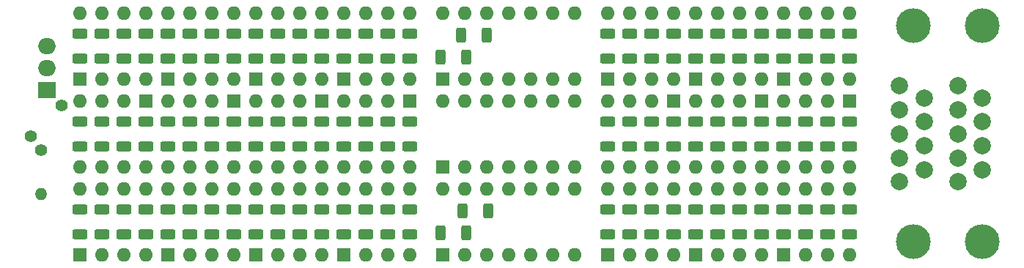
<source format=gbr>
%TF.GenerationSoftware,KiCad,Pcbnew,7.0.5*%
%TF.CreationDate,2024-12-02T20:38:50-05:00*%
%TF.ProjectId,stepper_motor_controller_2,73746570-7065-4725-9f6d-6f746f725f63,rev?*%
%TF.SameCoordinates,Original*%
%TF.FileFunction,Soldermask,Bot*%
%TF.FilePolarity,Negative*%
%FSLAX46Y46*%
G04 Gerber Fmt 4.6, Leading zero omitted, Abs format (unit mm)*
G04 Created by KiCad (PCBNEW 7.0.5) date 2024-12-02 20:38:50*
%MOMM*%
%LPD*%
G01*
G04 APERTURE LIST*
G04 Aperture macros list*
%AMRoundRect*
0 Rectangle with rounded corners*
0 $1 Rounding radius*
0 $2 $3 $4 $5 $6 $7 $8 $9 X,Y pos of 4 corners*
0 Add a 4 corners polygon primitive as box body*
4,1,4,$2,$3,$4,$5,$6,$7,$8,$9,$2,$3,0*
0 Add four circle primitives for the rounded corners*
1,1,$1+$1,$2,$3*
1,1,$1+$1,$4,$5*
1,1,$1+$1,$6,$7*
1,1,$1+$1,$8,$9*
0 Add four rect primitives between the rounded corners*
20,1,$1+$1,$2,$3,$4,$5,0*
20,1,$1+$1,$4,$5,$6,$7,0*
20,1,$1+$1,$6,$7,$8,$9,0*
20,1,$1+$1,$8,$9,$2,$3,0*%
%AMHorizOval*
0 Thick line with rounded ends*
0 $1 width*
0 $2 $3 position (X,Y) of the first rounded end (center of the circle)*
0 $4 $5 position (X,Y) of the second rounded end (center of the circle)*
0 Add line between two ends*
20,1,$1,$2,$3,$4,$5,0*
0 Add two circle primitives to create the rounded ends*
1,1,$1,$2,$3*
1,1,$1,$4,$5*%
G04 Aperture macros list end*
%ADD10R,1.600000X1.600000*%
%ADD11O,1.600000X1.600000*%
%ADD12C,2.004000*%
%ADD13C,4.014000*%
%ADD14C,1.400000*%
%ADD15O,1.400000X1.400000*%
%ADD16R,2.000000X1.905000*%
%ADD17O,2.000000X1.905000*%
%ADD18HorizOval,1.400000X0.000000X0.000000X0.000000X0.000000X0*%
%ADD19RoundRect,0.250000X0.625000X-0.312500X0.625000X0.312500X-0.625000X0.312500X-0.625000X-0.312500X0*%
%ADD20RoundRect,0.250000X-0.625000X0.312500X-0.625000X-0.312500X0.625000X-0.312500X0.625000X0.312500X0*%
%ADD21RoundRect,0.250000X0.312500X0.625000X-0.312500X0.625000X-0.312500X-0.625000X0.312500X-0.625000X0*%
G04 APERTURE END LIST*
D10*
%TO.C,U10*%
X138440000Y-83120000D03*
D11*
X140980000Y-83120000D03*
X143520000Y-83120000D03*
X146060000Y-83120000D03*
X146060000Y-75500000D03*
X143520000Y-75500000D03*
X140980000Y-75500000D03*
X138440000Y-75500000D03*
%TD*%
D10*
%TO.C,U15*%
X209550000Y-83130000D03*
D11*
X212090000Y-83130000D03*
X214630000Y-83130000D03*
X217170000Y-83130000D03*
X217170000Y-75510000D03*
X214630000Y-75510000D03*
X212090000Y-75510000D03*
X209550000Y-75510000D03*
%TD*%
D12*
%TO.C,J2*%
X239875000Y-74700000D03*
X233125000Y-74700000D03*
X239875000Y-71930000D03*
X233125000Y-71930000D03*
X239875000Y-69160000D03*
X233125000Y-69160000D03*
X239875000Y-66390000D03*
X233125000Y-66390000D03*
X239875000Y-63620000D03*
X233125000Y-63620000D03*
X242715000Y-73315000D03*
X235965000Y-73315000D03*
X242715000Y-70545000D03*
X235965000Y-70545000D03*
X242715000Y-67775000D03*
X235965000Y-67775000D03*
X242715000Y-65005000D03*
X235965000Y-65005000D03*
D13*
X234715000Y-81650000D03*
X242715000Y-81650000D03*
X234715000Y-56670000D03*
X242715000Y-56670000D03*
%TD*%
D10*
%TO.C,U2*%
X148600000Y-62800000D03*
D11*
X151140000Y-62800000D03*
X153680000Y-62800000D03*
X156220000Y-62800000D03*
X156220000Y-55180000D03*
X153680000Y-55180000D03*
X151140000Y-55180000D03*
X148600000Y-55180000D03*
%TD*%
D10*
%TO.C,U6*%
X148590000Y-83130000D03*
D11*
X151130000Y-83130000D03*
X153670000Y-83130000D03*
X156210000Y-83130000D03*
X156210000Y-75510000D03*
X153670000Y-75510000D03*
X151130000Y-75510000D03*
X148590000Y-75510000D03*
%TD*%
D10*
%TO.C,U13*%
X199390000Y-83130000D03*
D11*
X201930000Y-83130000D03*
X204470000Y-83130000D03*
X207010000Y-83130000D03*
X207010000Y-75510000D03*
X204470000Y-75510000D03*
X201930000Y-75510000D03*
X199390000Y-75510000D03*
%TD*%
D10*
%TO.C,U28*%
X180340000Y-83130000D03*
D11*
X182880000Y-83130000D03*
X185420000Y-83130000D03*
X187960000Y-83130000D03*
X190500000Y-83130000D03*
X193040000Y-83130000D03*
X195580000Y-83130000D03*
X195580000Y-75510000D03*
X193040000Y-75510000D03*
X190500000Y-75510000D03*
X187960000Y-75510000D03*
X185420000Y-75510000D03*
X182880000Y-75510000D03*
X180340000Y-75510000D03*
%TD*%
D10*
%TO.C,U14*%
X219720000Y-62800000D03*
D11*
X222260000Y-62800000D03*
X224800000Y-62800000D03*
X227340000Y-62800000D03*
X227340000Y-55180000D03*
X224800000Y-55180000D03*
X222260000Y-55180000D03*
X219720000Y-55180000D03*
%TD*%
D10*
%TO.C,U25*%
X158750000Y-83130000D03*
D11*
X161290000Y-83130000D03*
X163830000Y-83130000D03*
X166370000Y-83130000D03*
X166370000Y-75510000D03*
X163830000Y-75510000D03*
X161290000Y-75510000D03*
X158750000Y-75510000D03*
%TD*%
D10*
%TO.C,U18*%
X217170000Y-65350000D03*
D11*
X214630000Y-65350000D03*
X212090000Y-65350000D03*
X209550000Y-65350000D03*
X209550000Y-72970000D03*
X212090000Y-72970000D03*
X214630000Y-72970000D03*
X217170000Y-72970000D03*
%TD*%
D10*
%TO.C,U12*%
X209560000Y-62800000D03*
D11*
X212100000Y-62800000D03*
X214640000Y-62800000D03*
X217180000Y-62800000D03*
X217180000Y-55180000D03*
X214640000Y-55180000D03*
X212100000Y-55180000D03*
X209560000Y-55180000D03*
%TD*%
D10*
%TO.C,U17*%
X219720000Y-83120000D03*
D11*
X222260000Y-83120000D03*
X224800000Y-83120000D03*
X227340000Y-83120000D03*
X227340000Y-75500000D03*
X224800000Y-75500000D03*
X222260000Y-75500000D03*
X219720000Y-75500000D03*
%TD*%
D10*
%TO.C,U16*%
X207010000Y-65350000D03*
D11*
X204470000Y-65350000D03*
X201930000Y-65350000D03*
X199390000Y-65350000D03*
X199390000Y-72970000D03*
X201930000Y-72970000D03*
X204470000Y-72970000D03*
X207010000Y-72970000D03*
%TD*%
D14*
%TO.C,R38*%
X133985000Y-71065000D03*
D15*
X133985000Y-76145000D03*
%TD*%
D10*
%TO.C,U4*%
X146040000Y-65360000D03*
D11*
X143500000Y-65360000D03*
X140960000Y-65360000D03*
X138420000Y-65360000D03*
X138420000Y-72980000D03*
X140960000Y-72980000D03*
X143500000Y-72980000D03*
X146040000Y-72980000D03*
%TD*%
D10*
%TO.C,U20*%
X199400000Y-62800000D03*
D11*
X201940000Y-62800000D03*
X204480000Y-62800000D03*
X207020000Y-62800000D03*
X207020000Y-55180000D03*
X204480000Y-55180000D03*
X201940000Y-55180000D03*
X199400000Y-55180000D03*
%TD*%
D10*
%TO.C,U5*%
X138440000Y-62800000D03*
D11*
X140980000Y-62800000D03*
X143520000Y-62800000D03*
X146060000Y-62800000D03*
X146060000Y-55180000D03*
X143520000Y-55180000D03*
X140980000Y-55180000D03*
X138440000Y-55180000D03*
%TD*%
D10*
%TO.C,U3*%
X180340000Y-72970000D03*
D11*
X182880000Y-72970000D03*
X185420000Y-72970000D03*
X187960000Y-72970000D03*
X190500000Y-72970000D03*
X193040000Y-72970000D03*
X195580000Y-72970000D03*
X195580000Y-65350000D03*
X193040000Y-65350000D03*
X190500000Y-65350000D03*
X187960000Y-65350000D03*
X185420000Y-65350000D03*
X182880000Y-65350000D03*
X180340000Y-65350000D03*
%TD*%
D10*
%TO.C,U1*%
X180335000Y-62800000D03*
D11*
X182875000Y-62800000D03*
X185415000Y-62800000D03*
X187955000Y-62800000D03*
X190495000Y-62800000D03*
X193035000Y-62800000D03*
X195575000Y-62800000D03*
X195575000Y-55180000D03*
X193035000Y-55180000D03*
X190495000Y-55180000D03*
X187955000Y-55180000D03*
X185415000Y-55180000D03*
X182875000Y-55180000D03*
X180335000Y-55180000D03*
%TD*%
D16*
%TO.C,U11*%
X134620000Y-64080000D03*
D17*
X134620000Y-61540000D03*
X134620000Y-59000000D03*
%TD*%
D10*
%TO.C,U8*%
X156200000Y-65360000D03*
D11*
X153660000Y-65360000D03*
X151120000Y-65360000D03*
X148580000Y-65360000D03*
X148580000Y-72980000D03*
X151120000Y-72980000D03*
X153660000Y-72980000D03*
X156200000Y-72980000D03*
%TD*%
D10*
%TO.C,U26*%
X176520000Y-65360000D03*
D11*
X173980000Y-65360000D03*
X171440000Y-65360000D03*
X168900000Y-65360000D03*
X168900000Y-72980000D03*
X171440000Y-72980000D03*
X173980000Y-72980000D03*
X176520000Y-72980000D03*
%TD*%
D10*
%TO.C,U9*%
X168920000Y-62800000D03*
D11*
X171460000Y-62800000D03*
X174000000Y-62800000D03*
X176540000Y-62800000D03*
X176540000Y-55180000D03*
X174000000Y-55180000D03*
X171460000Y-55180000D03*
X168920000Y-55180000D03*
%TD*%
D10*
%TO.C,U7*%
X158760000Y-62800000D03*
D11*
X161300000Y-62800000D03*
X163840000Y-62800000D03*
X166380000Y-62800000D03*
X166380000Y-55180000D03*
X163840000Y-55180000D03*
X161300000Y-55180000D03*
X158760000Y-55180000D03*
%TD*%
D14*
%TO.C,R37*%
X132739946Y-69435678D03*
D18*
X136332048Y-65843576D03*
%TD*%
D10*
%TO.C,U19*%
X227330000Y-65350000D03*
D11*
X224790000Y-65350000D03*
X222250000Y-65350000D03*
X219710000Y-65350000D03*
X219710000Y-72970000D03*
X222250000Y-72970000D03*
X224790000Y-72970000D03*
X227330000Y-72970000D03*
%TD*%
D10*
%TO.C,U24*%
X166360000Y-65360000D03*
D11*
X163820000Y-65360000D03*
X161280000Y-65360000D03*
X158740000Y-65360000D03*
X158740000Y-72980000D03*
X161280000Y-72980000D03*
X163820000Y-72980000D03*
X166360000Y-72980000D03*
%TD*%
D10*
%TO.C,U27*%
X168920000Y-83120000D03*
D11*
X171460000Y-83120000D03*
X174000000Y-83120000D03*
X176540000Y-83120000D03*
X176540000Y-75500000D03*
X174000000Y-75500000D03*
X171460000Y-75500000D03*
X168920000Y-75500000D03*
%TD*%
D19*
%TO.C,R42*%
X146050000Y-60462500D03*
X146050000Y-57537500D03*
%TD*%
D20*
%TO.C,R27*%
X207010000Y-67697500D03*
X207010000Y-70622500D03*
%TD*%
D19*
%TO.C,R75*%
X222250000Y-60462500D03*
X222250000Y-57537500D03*
%TD*%
D20*
%TO.C,R44*%
X158750000Y-67697500D03*
X158750000Y-70622500D03*
%TD*%
%TO.C,R43*%
X166370000Y-67697500D03*
X166370000Y-70622500D03*
%TD*%
%TO.C,R3*%
X146050000Y-67697500D03*
X146050000Y-70622500D03*
%TD*%
D19*
%TO.C,R88*%
X214630000Y-80782500D03*
X214630000Y-77857500D03*
%TD*%
%TO.C,R39*%
X151130000Y-60462500D03*
X151130000Y-57537500D03*
%TD*%
%TO.C,R81*%
X199390000Y-60462500D03*
X199390000Y-57537500D03*
%TD*%
D20*
%TO.C,R12*%
X151130000Y-67697500D03*
X151130000Y-70622500D03*
%TD*%
D19*
%TO.C,R62*%
X173990000Y-80782500D03*
X173990000Y-77857500D03*
%TD*%
%TO.C,R10*%
X163830000Y-60462500D03*
X163830000Y-57537500D03*
%TD*%
%TO.C,R22*%
X207010000Y-80782500D03*
X207010000Y-77857500D03*
%TD*%
%TO.C,R20*%
X217170000Y-60462500D03*
X217170000Y-57537500D03*
%TD*%
%TO.C,R1*%
X148590000Y-60462500D03*
X148590000Y-57537500D03*
%TD*%
D20*
%TO.C,R72*%
X140970000Y-67697500D03*
X140970000Y-70622500D03*
%TD*%
D19*
%TO.C,R9*%
X161290000Y-60462500D03*
X161290000Y-57537500D03*
%TD*%
%TO.C,R61*%
X171450000Y-80782500D03*
X171450000Y-77857500D03*
%TD*%
D21*
%TO.C,R18*%
X183072500Y-60270000D03*
X180147500Y-60270000D03*
%TD*%
D19*
%TO.C,R85*%
X222250000Y-80782500D03*
X222250000Y-77857500D03*
%TD*%
D20*
%TO.C,R28*%
X199390000Y-67697500D03*
X199390000Y-70622500D03*
%TD*%
%TO.C,R77*%
X204470000Y-67697500D03*
X204470000Y-70622500D03*
%TD*%
D19*
%TO.C,R54*%
X166370000Y-60462500D03*
X166370000Y-57537500D03*
%TD*%
D21*
%TO.C,R17*%
X185420000Y-57730000D03*
X182495000Y-57730000D03*
%TD*%
D20*
%TO.C,R31*%
X214630000Y-67697500D03*
X214630000Y-70622500D03*
%TD*%
D19*
%TO.C,R70*%
X156210000Y-80782500D03*
X156210000Y-77857500D03*
%TD*%
D20*
%TO.C,R59*%
X173990000Y-67697500D03*
X173990000Y-70622500D03*
%TD*%
%TO.C,R47*%
X176530000Y-67697500D03*
X176530000Y-70622500D03*
%TD*%
%TO.C,R58*%
X161290000Y-67697500D03*
X161290000Y-70622500D03*
%TD*%
%TO.C,R79*%
X217170000Y-67697500D03*
X217170000Y-70622500D03*
%TD*%
%TO.C,R57*%
X163830000Y-67697500D03*
X163830000Y-70622500D03*
%TD*%
D21*
%TO.C,R51*%
X185612500Y-78050000D03*
X182687500Y-78050000D03*
%TD*%
D19*
%TO.C,R36*%
X204470000Y-60462500D03*
X204470000Y-57537500D03*
%TD*%
%TO.C,R6*%
X143510000Y-60462500D03*
X143510000Y-57537500D03*
%TD*%
%TO.C,R21*%
X199390000Y-80782500D03*
X199390000Y-77857500D03*
%TD*%
%TO.C,R14*%
X176530000Y-60462500D03*
X176530000Y-57537500D03*
%TD*%
%TO.C,R69*%
X148590000Y-80782500D03*
X148590000Y-77857500D03*
%TD*%
%TO.C,R24*%
X227330000Y-60462500D03*
X227330000Y-57537500D03*
%TD*%
%TO.C,R73*%
X212090000Y-60462500D03*
X212090000Y-57537500D03*
%TD*%
%TO.C,R8*%
X153670000Y-80782500D03*
X153670000Y-77857500D03*
%TD*%
%TO.C,R23*%
X219710000Y-60462500D03*
X219710000Y-57537500D03*
%TD*%
%TO.C,R56*%
X173990000Y-60462500D03*
X173990000Y-57537500D03*
%TD*%
%TO.C,R63*%
X161290000Y-80782500D03*
X161290000Y-77857500D03*
%TD*%
%TO.C,R82*%
X207010000Y-60462500D03*
X207010000Y-57537500D03*
%TD*%
%TO.C,R66*%
X146050000Y-80782500D03*
X146050000Y-77857500D03*
%TD*%
D20*
%TO.C,R32*%
X209550000Y-67697500D03*
X209550000Y-70622500D03*
%TD*%
%TO.C,R80*%
X212090000Y-67697500D03*
X212090000Y-70622500D03*
%TD*%
D19*
%TO.C,R5*%
X140970000Y-60462500D03*
X140970000Y-57537500D03*
%TD*%
%TO.C,R53*%
X158750000Y-60462500D03*
X158750000Y-57537500D03*
%TD*%
%TO.C,R7*%
X151130000Y-80782500D03*
X151130000Y-77857500D03*
%TD*%
%TO.C,R74*%
X214630000Y-60462500D03*
X214630000Y-57537500D03*
%TD*%
%TO.C,R30*%
X227330000Y-80782500D03*
X227330000Y-77857500D03*
%TD*%
%TO.C,R29*%
X219710000Y-80782500D03*
X219710000Y-77857500D03*
%TD*%
%TO.C,R50*%
X176530000Y-80782500D03*
X176530000Y-77857500D03*
%TD*%
D20*
%TO.C,R67*%
X156210000Y-67697500D03*
X156210000Y-70622500D03*
%TD*%
D19*
%TO.C,R13*%
X171450000Y-60462500D03*
X171450000Y-57537500D03*
%TD*%
%TO.C,R16*%
X143510000Y-80782500D03*
X143510000Y-77857500D03*
%TD*%
D20*
%TO.C,R60*%
X171450000Y-67697500D03*
X171450000Y-70622500D03*
%TD*%
D19*
%TO.C,R89*%
X201930000Y-80782500D03*
X201930000Y-77857500D03*
%TD*%
%TO.C,R87*%
X212090000Y-80782500D03*
X212090000Y-77857500D03*
%TD*%
%TO.C,R45*%
X158750000Y-80782500D03*
X158750000Y-77857500D03*
%TD*%
D20*
%TO.C,R33*%
X224790000Y-67697500D03*
X224790000Y-70622500D03*
%TD*%
D19*
%TO.C,R40*%
X156210000Y-60462500D03*
X156210000Y-57537500D03*
%TD*%
D20*
%TO.C,R48*%
X168910000Y-67697500D03*
X168910000Y-70622500D03*
%TD*%
D19*
%TO.C,R2*%
X153670000Y-60462500D03*
X153670000Y-57537500D03*
%TD*%
%TO.C,R25*%
X209550000Y-80782500D03*
X209550000Y-77857500D03*
%TD*%
%TO.C,R49*%
X168910000Y-80782500D03*
X168910000Y-77857500D03*
%TD*%
%TO.C,R46*%
X166370000Y-80782500D03*
X166370000Y-77857500D03*
%TD*%
%TO.C,R65*%
X140970000Y-80782500D03*
X140970000Y-77857500D03*
%TD*%
D20*
%TO.C,R34*%
X219710000Y-67697500D03*
X219710000Y-70622500D03*
%TD*%
D19*
%TO.C,R26*%
X217170000Y-80782500D03*
X217170000Y-77857500D03*
%TD*%
D20*
%TO.C,R68*%
X148590000Y-67697500D03*
X148590000Y-70622500D03*
%TD*%
D19*
%TO.C,R15*%
X138430000Y-80782500D03*
X138430000Y-77857500D03*
%TD*%
%TO.C,R19*%
X209550000Y-60462500D03*
X209550000Y-57537500D03*
%TD*%
D21*
%TO.C,R52*%
X183072500Y-80590000D03*
X180147500Y-80590000D03*
%TD*%
D20*
%TO.C,R84*%
X222250000Y-67697500D03*
X222250000Y-70622500D03*
%TD*%
D19*
%TO.C,R41*%
X138430000Y-60462500D03*
X138430000Y-57537500D03*
%TD*%
D20*
%TO.C,R83*%
X227330000Y-67697500D03*
X227330000Y-70622500D03*
%TD*%
D19*
%TO.C,R64*%
X163830000Y-80782500D03*
X163830000Y-77857500D03*
%TD*%
D20*
%TO.C,R78*%
X201930000Y-67697500D03*
X201930000Y-70622500D03*
%TD*%
D19*
%TO.C,R86*%
X224790000Y-80782500D03*
X224790000Y-77857500D03*
%TD*%
D20*
%TO.C,R4*%
X138430000Y-67697500D03*
X138430000Y-70622500D03*
%TD*%
D19*
%TO.C,R55*%
X168910000Y-60462500D03*
X168910000Y-57537500D03*
%TD*%
%TO.C,R76*%
X224790000Y-60462500D03*
X224790000Y-57537500D03*
%TD*%
D20*
%TO.C,R71*%
X143510000Y-67697500D03*
X143510000Y-70622500D03*
%TD*%
D19*
%TO.C,R35*%
X201930000Y-60462500D03*
X201930000Y-57537500D03*
%TD*%
%TO.C,R90*%
X204470000Y-80782500D03*
X204470000Y-77857500D03*
%TD*%
D20*
%TO.C,R11*%
X153670000Y-67697500D03*
X153670000Y-70622500D03*
%TD*%
M02*

</source>
